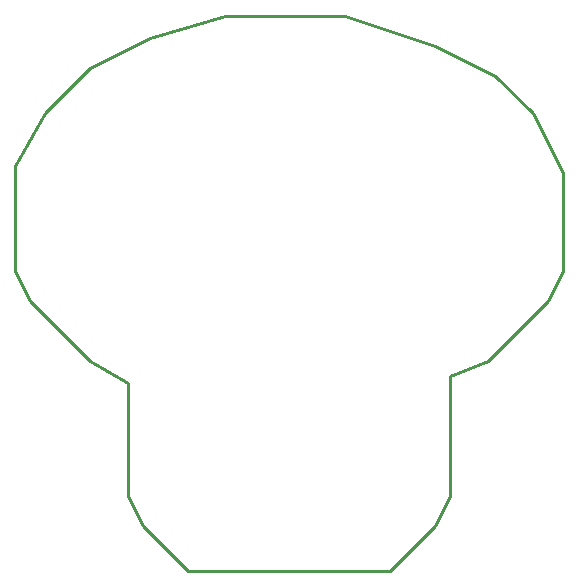
<source format=gbr>
G04 EAGLE Gerber RS-274X export*
G75*
%MOMM*%
%FSLAX34Y34*%
%LPD*%
%IN*%
%IPPOS*%
%AMOC8*
5,1,8,0,0,1.08239X$1,22.5*%
G01*
%ADD10C,0.254000*%


D10*
X57150Y336550D02*
X69850Y311150D01*
X120650Y260350D01*
X152400Y241300D01*
X152400Y146050D01*
X165100Y120650D01*
X203000Y82550D01*
X374650Y82550D01*
X412750Y120650D01*
X425450Y146050D01*
X425450Y247650D01*
X457200Y260350D01*
X508000Y311150D01*
X520700Y336550D01*
X520700Y419100D01*
X495300Y469900D01*
X463550Y501650D01*
X412750Y527050D01*
X336550Y552450D01*
X234950Y552450D01*
X171450Y533400D01*
X120650Y508000D01*
X82550Y469900D01*
X57150Y425450D01*
X57150Y336550D01*
M02*

</source>
